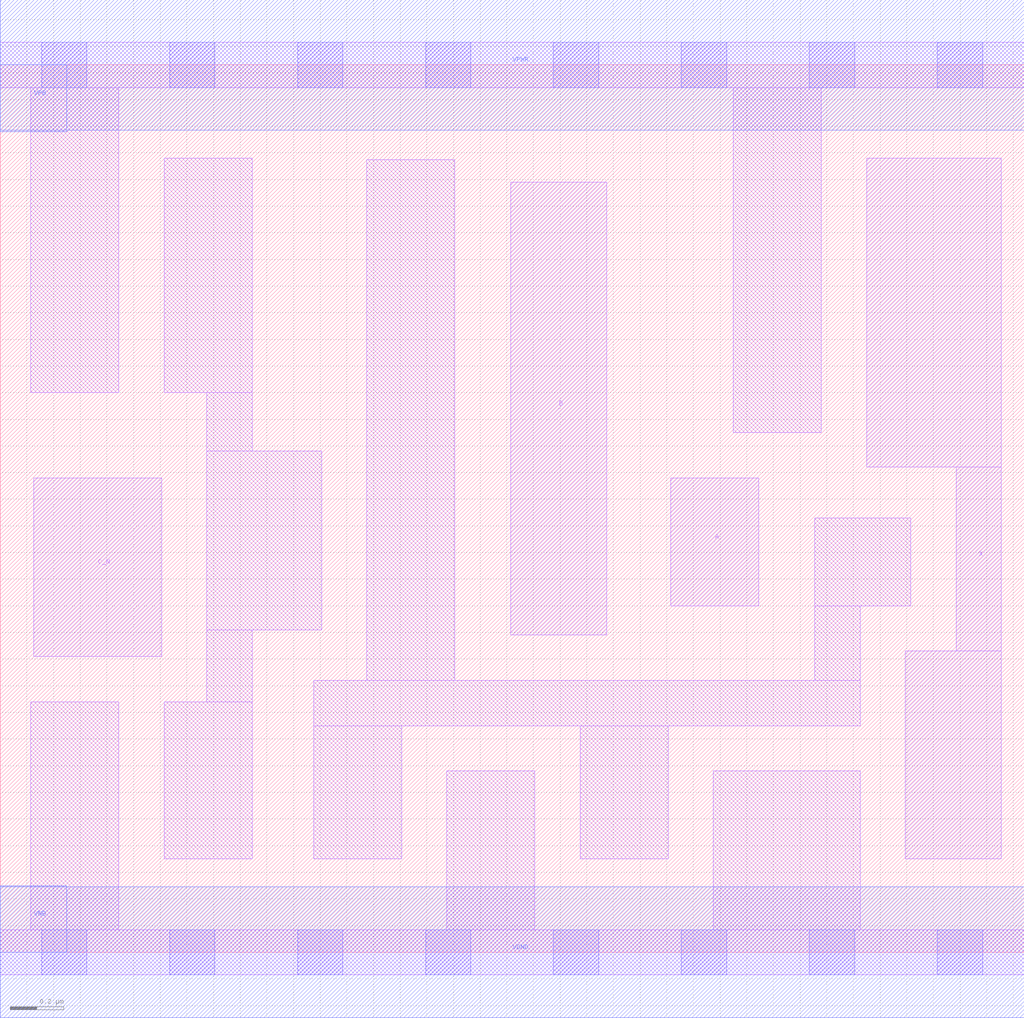
<source format=lef>
# Copyright 2020 The SkyWater PDK Authors
#
# Licensed under the Apache License, Version 2.0 (the "License");
# you may not use this file except in compliance with the License.
# You may obtain a copy of the License at
#
#     https://www.apache.org/licenses/LICENSE-2.0
#
# Unless required by applicable law or agreed to in writing, software
# distributed under the License is distributed on an "AS IS" BASIS,
# WITHOUT WARRANTIES OR CONDITIONS OF ANY KIND, either express or implied.
# See the License for the specific language governing permissions and
# limitations under the License.
#
# SPDX-License-Identifier: Apache-2.0

VERSION 5.5 ;
NAMESCASESENSITIVE ON ;
BUSBITCHARS "[]" ;
DIVIDERCHAR "/" ;
MACRO sky130_fd_sc_ms__or3b_1
  CLASS CORE ;
  SOURCE USER ;
  ORIGIN  0.000000  0.000000 ;
  SIZE  3.840000 BY  3.330000 ;
  SYMMETRY X Y ;
  SITE unit ;
  PIN A
    ANTENNAGATEAREA  0.233000 ;
    DIRECTION INPUT ;
    USE SIGNAL ;
    PORT
      LAYER li1 ;
        RECT 2.515000 1.300000 2.845000 1.780000 ;
    END
  END A
  PIN B
    ANTENNAGATEAREA  0.233000 ;
    DIRECTION INPUT ;
    USE SIGNAL ;
    PORT
      LAYER li1 ;
        RECT 1.915000 1.190000 2.275000 2.890000 ;
    END
  END B
  PIN C_N
    ANTENNAGATEAREA  0.208000 ;
    DIRECTION INPUT ;
    USE SIGNAL ;
    PORT
      LAYER li1 ;
        RECT 0.125000 1.110000 0.605000 1.780000 ;
    END
  END C_N
  PIN X
    ANTENNADIFFAREA  0.541300 ;
    DIRECTION OUTPUT ;
    USE SIGNAL ;
    PORT
      LAYER li1 ;
        RECT 3.250000 1.820000 3.755000 2.980000 ;
        RECT 3.395000 0.350000 3.755000 1.130000 ;
        RECT 3.585000 1.130000 3.755000 1.820000 ;
    END
  END X
  PIN VGND
    DIRECTION INOUT ;
    USE GROUND ;
    PORT
      LAYER met1 ;
        RECT 0.000000 -0.245000 3.840000 0.245000 ;
    END
  END VGND
  PIN VNB
    DIRECTION INOUT ;
    USE GROUND ;
    PORT
      LAYER met1 ;
        RECT 0.000000 0.000000 0.250000 0.250000 ;
    END
  END VNB
  PIN VPB
    DIRECTION INOUT ;
    USE POWER ;
    PORT
      LAYER met1 ;
        RECT 0.000000 3.080000 0.250000 3.330000 ;
    END
  END VPB
  PIN VPWR
    DIRECTION INOUT ;
    USE POWER ;
    PORT
      LAYER met1 ;
        RECT 0.000000 3.085000 3.840000 3.575000 ;
    END
  END VPWR
  OBS
    LAYER li1 ;
      RECT 0.000000 -0.085000 3.840000 0.085000 ;
      RECT 0.000000  3.245000 3.840000 3.415000 ;
      RECT 0.115000  0.085000 0.445000 0.940000 ;
      RECT 0.115000  2.100000 0.445000 3.245000 ;
      RECT 0.615000  0.350000 0.945000 0.940000 ;
      RECT 0.615000  2.100000 0.945000 2.980000 ;
      RECT 0.775000  0.940000 0.945000 1.210000 ;
      RECT 0.775000  1.210000 1.205000 1.880000 ;
      RECT 0.775000  1.880000 0.945000 2.100000 ;
      RECT 1.175000  0.350000 1.505000 0.850000 ;
      RECT 1.175000  0.850000 3.225000 1.020000 ;
      RECT 1.375000  1.020000 1.705000 2.975000 ;
      RECT 1.675000  0.085000 2.005000 0.680000 ;
      RECT 2.175000  0.350000 2.505000 0.850000 ;
      RECT 2.675000  0.085000 3.225000 0.680000 ;
      RECT 2.750000  1.950000 3.080000 3.245000 ;
      RECT 3.055000  1.020000 3.225000 1.300000 ;
      RECT 3.055000  1.300000 3.415000 1.630000 ;
    LAYER mcon ;
      RECT 0.155000 -0.085000 0.325000 0.085000 ;
      RECT 0.155000  3.245000 0.325000 3.415000 ;
      RECT 0.635000 -0.085000 0.805000 0.085000 ;
      RECT 0.635000  3.245000 0.805000 3.415000 ;
      RECT 1.115000 -0.085000 1.285000 0.085000 ;
      RECT 1.115000  3.245000 1.285000 3.415000 ;
      RECT 1.595000 -0.085000 1.765000 0.085000 ;
      RECT 1.595000  3.245000 1.765000 3.415000 ;
      RECT 2.075000 -0.085000 2.245000 0.085000 ;
      RECT 2.075000  3.245000 2.245000 3.415000 ;
      RECT 2.555000 -0.085000 2.725000 0.085000 ;
      RECT 2.555000  3.245000 2.725000 3.415000 ;
      RECT 3.035000 -0.085000 3.205000 0.085000 ;
      RECT 3.035000  3.245000 3.205000 3.415000 ;
      RECT 3.515000 -0.085000 3.685000 0.085000 ;
      RECT 3.515000  3.245000 3.685000 3.415000 ;
  END
END sky130_fd_sc_ms__or3b_1

</source>
